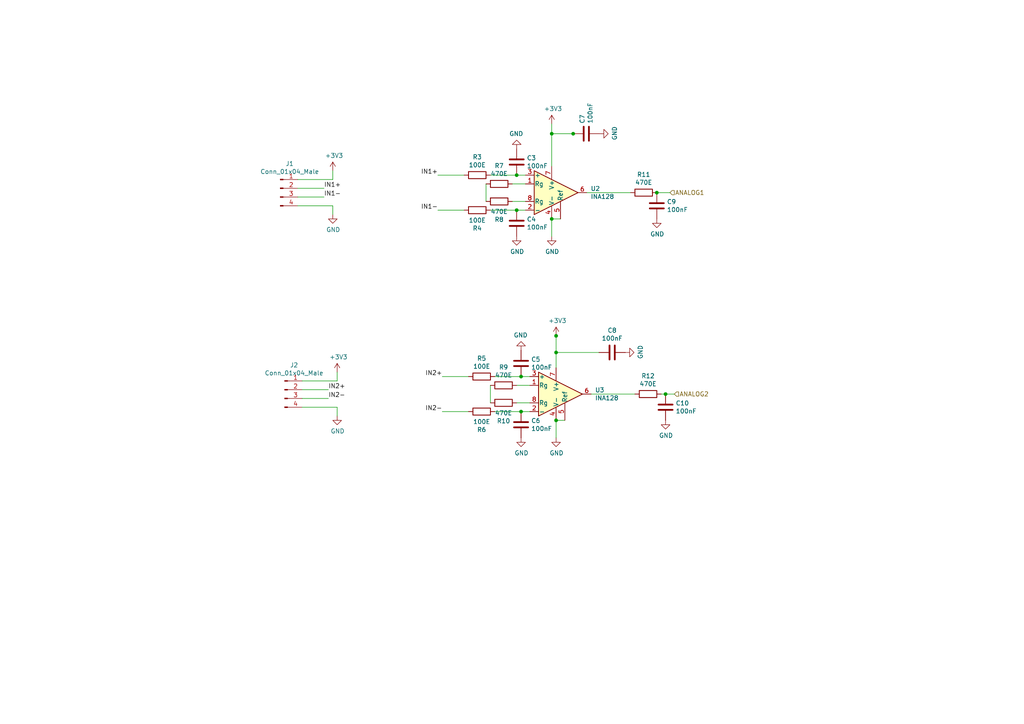
<source format=kicad_sch>
(kicad_sch (version 20230121) (generator eeschema)
  (paper "A4")
  (title_block (title "Vehicle Measurement Unit") (date "2020-02-26") (rev "1.0") (comment 1 "DeV17") (comment 2 "Vishnu N.") (comment 3 "vishnuna@kth.se"))
  (lib_symbols
    (symbol "Amplifier_Instrumentation:INA128" (pin_names (offset 0.127))
      (property "Reference" "U" (at 3.81 3.175 0))
      (property "Value" "INA128" (at 3.81 -3.175 0))
      (symbol "INA128_0_1"
        (polyline (pts (xy 7.62 0) (xy -5.08 6.35) (xy -5.08 -6.35) (xy 7.62 0)) (stroke (width 0.254)) (fill (type background)))
      )
      (symbol "INA128_1_1"
        (pin passive line (at -7.62 2.54 0) (length 2.54) (name "Rg") (number "1"))
        (pin input line (at -7.62 -5.08 0) (length 2.54) (name "-") (number "2"))
        (pin input line (at -7.62 5.08 0) (length 2.54) (name "+") (number "3"))
        (pin power_in line (at 0 -7.62 90) (length 3.81) (name "V-") (number "4"))
        (pin input line (at 2.54 -7.62 90) (length 5.08) (name "Ref") (number "5"))
        (pin output line (at 10.16 0 180) (length 2.54) (name "~") (number "6"))
        (pin power_in line (at 0 7.62 270) (length 3.81) (name "V+") (number "7"))
        (pin passive line (at -7.62 -2.54 0) (length 2.54) (name "Rg") (number "8"))
      )
    )
    (symbol "Device:C" (pin_numbers hide) (pin_names (offset 0.254))
      (property "Reference" "C" (at 0.635 2.54 0))
      (property "Value" "C" (at 0.635 -2.54 0))
      (symbol "C_0_1"
        (polyline (pts (xy -2.032 -0.762) (xy 2.032 -0.762)) (stroke (width 0.508)))
        (polyline (pts (xy -2.032 0.762) (xy 2.032 0.762)) (stroke (width 0.508)))
      )
      (symbol "C_1_1"
        (pin passive line (at 0 3.81 270) (length 2.794) (name "~") (number "1"))
        (pin passive line (at 0 -3.81 90) (length 2.794) (name "~") (number "2"))
      )
    )
    (symbol "Device:R" (pin_numbers hide) (pin_names (offset 0))
      (property "Reference" "R" (at 2.032 0 90))
      (property "Value" "R" (at 0 0 90))
      (symbol "R_0_1"
        (rectangle (start -1.016 -2.54) (end 1.016 2.54) (stroke (width 0.254)))
      )
      (symbol "R_1_1"
        (pin passive line (at 0 3.81 270) (length 1.27) (name "~") (number "1"))
        (pin passive line (at 0 -3.81 90) (length 1.27) (name "~") (number "2"))
      )
    )
    (symbol "VMU-rescue:+3.3V-power" (power) (pin_names (offset 0))
      (property "Value" "+3.3V-power" (at 0 3.556 0))
      (symbol "+3.3V-power_0_1"
        (polyline (pts (xy -0.762 1.27) (xy 0 2.54)))
        (polyline (pts (xy 0 0) (xy 0 2.54)))
        (polyline (pts (xy 0 2.54) (xy 0.762 1.27)))
      )
      (symbol "+3.3V-power_1_1"
        (pin power_in line (at 0 0 90) (length 0) hide (name "+3V3") (number "1"))
      )
    )
    (symbol "VMU-rescue:Conn_01x04_Male-Connector" (pin_names (offset 1.016) hide)
      (property "Reference" "J" (at 0 5.08 0))
      (property "Value" "Connector_Conn_01x04_Male" (at 0 -7.62 0))
      (symbol "Conn_01x04_Male-Connector_1_1"
        (polyline (pts (xy 1.27 -5.08) (xy 0.8636 -5.08)) (stroke (width 0.1524)))
        (polyline (pts (xy 1.27 -2.54) (xy 0.8636 -2.54)) (stroke (width 0.1524)))
        (polyline (pts (xy 1.27 0) (xy 0.8636 0)) (stroke (width 0.1524)))
        (polyline (pts (xy 1.27 2.54) (xy 0.8636 2.54)) (stroke (width 0.1524)))
        (rectangle (start 0.8636 -4.953) (end 0 -5.207) (stroke (width 0.1524)) (fill (type outline)))
        (rectangle (start 0.8636 -2.413) (end 0 -2.667) (stroke (width 0.1524)) (fill (type outline)))
        (rectangle (start 0.8636 0.127) (end 0 -0.127) (stroke (width 0.1524)) (fill (type outline)))
        (rectangle (start 0.8636 2.667) (end 0 2.413) (stroke (width 0.1524)) (fill (type outline)))
        (pin passive line (at 5.08 2.54 180) (length 3.81) (name "Pin_1") (number "1"))
        (pin passive line (at 5.08 0 180) (length 3.81) (name "Pin_2") (number "2"))
        (pin passive line (at 5.08 -2.54 180) (length 3.81) (name "Pin_3") (number "3"))
        (pin passive line (at 5.08 -5.08 180) (length 3.81) (name "Pin_4") (number "4"))
      )
    )
    (symbol "power:GND" (power) (pin_names (offset 0))
      (property "Value" "GND" (at 0 -3.81 0))
      (symbol "GND_0_1"
        (polyline (pts (xy 0 0) (xy 0 -1.27) (xy 1.27 -1.27) (xy 0 -2.54) (xy -1.27 -1.27) (xy 0 -1.27)))
      )
      (symbol "GND_1_1"
        (pin power_in line (at 0 0 270) (length 0) hide (name "GND") (number "1"))
      )
    )
  )
  (junction (at 149.86 60.96))
  (junction (at 190.5 55.88))
  (junction (at 161.29 121.92))
  (junction (at 161.29 102.235))
  (junction (at 193.04 114.3))
  (junction (at 161.29 97.409))
  (junction (at 160.02 63.5))
  (junction (at 166.243 38.7858))
  (junction (at 151.13 119.38))
  (junction (at 151.13 109.22))
  (junction (at 149.86 50.8))
  (junction (at 160.02 38.7858))
  (wire (pts (xy 86.36 59.69) (xy 96.52 59.69)))
  (wire (pts (xy 148.59 58.42) (xy 152.4 58.42)))
  (wire (pts (xy 161.29 121.92) (xy 161.29 127)))
  (wire (pts (xy 149.86 50.8) (xy 152.4 50.8)))
  (wire (pts (xy 166.2684 38.7858) (xy 166.243 38.7858)))
  (wire (pts (xy 170.18 55.88) (xy 182.88 55.88)))
  (wire (pts (xy 134.62 50.8) (xy 127 50.8)))
  (wire (pts (xy 97.79 110.49) (xy 97.79 107.95)))
  (wire (pts (xy 149.86 116.84) (xy 153.67 116.84)))
  (wire (pts (xy 96.52 59.69) (xy 96.52 62.23)))
  (wire (pts (xy 143.51 109.22) (xy 151.13 109.22)))
  (wire (pts (xy 193.04 114.3) (xy 195.58 114.3)))
  (wire (pts (xy 160.02 38.7858) (xy 160.02 48.26)))
  (wire (pts (xy 148.59 53.34) (xy 152.4 53.34)))
  (wire (pts (xy 87.63 115.57) (xy 95.25 115.57)))
  (wire (pts (xy 134.62 60.96) (xy 127 60.96)))
  (wire (pts (xy 86.36 57.15) (xy 93.98 57.15)))
  (wire (pts (xy 96.52 52.07) (xy 96.52 49.53)))
  (wire (pts (xy 190.5 55.88) (xy 194.31 55.88)))
  (wire (pts (xy 160.02 63.5) (xy 162.56 63.5)))
  (wire (pts (xy 86.36 54.61) (xy 93.98 54.61)))
  (wire (pts (xy 86.36 52.07) (xy 96.52 52.07)))
  (wire (pts (xy 161.29 97.409) (xy 161.29 102.235)))
  (wire (pts (xy 149.86 111.76) (xy 153.67 111.76)))
  (wire (pts (xy 173.736 102.235) (xy 161.29 102.235)))
  (wire (pts (xy 142.24 116.84) (xy 142.24 111.76)))
  (wire (pts (xy 191.77 114.3) (xy 193.04 114.3)))
  (wire (pts (xy 161.29 97.409) (xy 161.163 97.409)))
  (wire (pts (xy 166.243 38.7858) (xy 160.02 38.7858)))
  (wire (pts (xy 135.89 119.38) (xy 128.27 119.38)))
  (wire (pts (xy 151.13 119.38) (xy 153.67 119.38)))
  (wire (pts (xy 142.24 50.8) (xy 149.86 50.8)))
  (wire (pts (xy 160.02 63.5) (xy 160.02 68.58)))
  (wire (pts (xy 140.97 58.42) (xy 140.97 53.34)))
  (wire (pts (xy 149.86 60.96) (xy 152.4 60.96)))
  (wire (pts (xy 142.24 60.96) (xy 149.86 60.96)))
  (wire (pts (xy 87.63 110.49) (xy 97.79 110.49)))
  (wire (pts (xy 161.29 121.92) (xy 163.83 121.92)))
  (wire (pts (xy 97.79 118.11) (xy 97.79 120.65)))
  (wire (pts (xy 151.13 109.22) (xy 153.67 109.22)))
  (wire (pts (xy 161.29 102.235) (xy 161.29 106.68)))
  (wire (pts (xy 87.63 113.03) (xy 95.25 113.03)))
  (wire (pts (xy 160.02 35.941) (xy 160.02 38.7858)))
  (wire (pts (xy 171.45 114.3) (xy 184.15 114.3)))
  (wire (pts (xy 87.63 118.11) (xy 97.79 118.11)))
  (wire (pts (xy 135.89 109.22) (xy 128.27 109.22)))
  (wire (pts (xy 143.51 119.38) (xy 151.13 119.38)))
  (label "IN2-" (at 128.27 119.38 180))
  (label "IN1+" (at 127 50.8 180))
  (label "IN1-" (at 93.98 57.15 0))
  (label "IN2+" (at 128.27 109.22 180))
  (label "IN1-" (at 127 60.96 180))
  (label "IN2-" (at 95.25 115.57 0))
  (label "IN1+" (at 93.98 54.61 0))
  (label "IN2+" (at 95.25 113.03 0))
  (hierarchical_label "ANALOG2" (shape input) (at 195.58 114.3 0))
  (hierarchical_label "ANALOG1" (shape input) (at 194.31 55.88 0))
  (symbol (lib_id "Amplifier_Instrumentation:INA128") (at 160.02 55.88 0) (unit 1)
    (property "Reference" "U2" (at 171.2976 54.7116 0) (effects (justify left)))
    (property "Value" "INA128" (at 171.2976 57.023 0) (effects (justify left)))
    (property "Footprint" "Package_SO:SOIC-8_3.9x4.9mm_P1.27mm" (effects hide))
    (property "Datasheet" "http://www.ti.com/lit/ds/symlink/ina128.pdf" (effects hide))
  )
  (symbol (lib_id "power:GND") (at 160.02 68.58 0) (unit 1)
    (property "Reference" "#PWR017" (effects hide))
    (property "Value" "GND" (at 160.147 72.9742 0))
  )
  (symbol (lib_id "Device:R") (at 144.78 53.34 270) (unit 1)
    (property "Reference" "R7" (at 144.78 48.0822 90))
    (property "Value" "470E" (at 144.78 50.3936 90))
    (property "Footprint" "Resistor_SMD:R_0603_1608Metric" (effects hide))
  )
  (symbol (lib_id "Device:R") (at 144.78 58.42 90) (unit 1)
    (property "Reference" "R8" (at 144.78 63.6778 90))
    (property "Value" "470E" (at 144.78 61.3664 90))
    (property "Footprint" "Resistor_SMD:R_0603_1608Metric" (effects hide))
  )
  (symbol (lib_id "VMU-rescue:Conn_01x04_Male-Connector") (at 81.28 54.61 0) (unit 1)
    (property "Reference" "J1" (at 84.0232 47.4726 0))
    (property "Value" "Conn_01x04_Male" (at 84.0232 49.784 0))
    (property "Footprint" "KTHFS:Wurth-MM_female_4" (effects hide))
  )
  (symbol (lib_id "VMU-rescue:+3.3V-power") (at 96.52 49.53 0) (unit 1)
    (property "Reference" "#PWR08" (effects hide))
    (property "Value" "+3.3V" (at 96.901 45.1358 0))
  )
  (symbol (lib_id "power:GND") (at 96.52 62.23 0) (unit 1)
    (property "Reference" "#PWR09" (effects hide))
    (property "Value" "GND" (at 96.647 66.6242 0))
  )
  (symbol (lib_id "Device:R") (at 138.43 50.8 270) (unit 1)
    (property "Reference" "R3" (at 138.43 45.5422 90))
    (property "Value" "100E" (at 138.43 47.8536 90))
    (property "Footprint" "Resistor_SMD:R_0603_1608Metric" (effects hide))
  )
  (symbol (lib_id "Device:R") (at 138.43 60.96 90) (unit 1)
    (property "Reference" "R4" (at 138.43 66.2178 90))
    (property "Value" "100E" (at 138.43 63.9064 90))
    (property "Footprint" "Resistor_SMD:R_0603_1608Metric" (effects hide))
  )
  (symbol (lib_id "Amplifier_Instrumentation:INA128") (at 161.29 114.3 0) (unit 1)
    (property "Reference" "U3" (at 172.5676 113.1316 0) (effects (justify left)))
    (property "Value" "INA128" (at 172.5676 115.443 0) (effects (justify left)))
    (property "Footprint" "Package_SO:SOIC-8_3.9x4.9mm_P1.27mm" (effects hide))
    (property "Datasheet" "http://www.ti.com/lit/ds/symlink/ina128.pdf" (effects hide))
  )
  (symbol (lib_id "power:GND") (at 161.29 127 0) (unit 1)
    (property "Reference" "#PWR019" (effects hide))
    (property "Value" "GND" (at 161.417 131.3942 0))
  )
  (symbol (lib_id "Device:R") (at 146.05 111.76 270) (unit 1)
    (property "Reference" "R9" (at 146.05 106.5022 90))
    (property "Value" "470E" (at 146.05 108.8136 90))
    (property "Footprint" "Resistor_SMD:R_0603_1608Metric" (effects hide))
  )
  (symbol (lib_id "Device:R") (at 146.05 116.84 90) (unit 1)
    (property "Reference" "R10" (at 146.05 122.0978 90))
    (property "Value" "470E" (at 146.05 119.7864 90))
    (property "Footprint" "Resistor_SMD:R_0603_1608Metric" (effects hide))
  )
  (symbol (lib_id "VMU-rescue:+3.3V-power") (at 161.29 97.409 0) (unit 1)
    (property "Reference" "#PWR018" (effects hide))
    (property "Value" "+3.3V" (at 161.671 93.0148 0))
  )
  (symbol (lib_id "VMU-rescue:Conn_01x04_Male-Connector") (at 82.55 113.03 0) (unit 1)
    (property "Reference" "J2" (at 85.2932 105.8926 0))
    (property "Value" "Conn_01x04_Male" (at 85.2932 108.204 0))
    (property "Footprint" "KTHFS:Wurth-MM_female_4" (effects hide))
  )
  (symbol (lib_id "VMU-rescue:+3.3V-power") (at 97.79 107.95 0) (unit 1)
    (property "Reference" "#PWR010" (effects hide))
    (property "Value" "+3.3V" (at 98.171 103.5558 0))
  )
  (symbol (lib_id "power:GND") (at 97.79 120.65 0) (unit 1)
    (property "Reference" "#PWR011" (effects hide))
    (property "Value" "GND" (at 97.917 125.0442 0))
  )
  (symbol (lib_id "Device:R") (at 139.7 109.22 270) (unit 1)
    (property "Reference" "R5" (at 139.7 103.9622 90))
    (property "Value" "100E" (at 139.7 106.2736 90))
    (property "Footprint" "Resistor_SMD:R_0603_1608Metric" (effects hide))
  )
  (symbol (lib_id "Device:R") (at 139.7 119.38 90) (unit 1)
    (property "Reference" "R6" (at 139.7 124.6378 90))
    (property "Value" "100E" (at 139.7 122.3264 90))
    (property "Footprint" "Resistor_SMD:R_0603_1608Metric" (effects hide))
  )
  (symbol (lib_id "Device:R") (at 186.69 55.88 270) (unit 1)
    (property "Reference" "R11" (at 186.69 50.6222 90))
    (property "Value" "470E" (at 186.69 52.9336 90))
    (property "Footprint" "Resistor_SMD:R_0603_1608Metric" (effects hide))
  )
  (symbol (lib_id "Device:R") (at 187.96 114.3 270) (unit 1)
    (property "Reference" "R12" (at 187.96 109.0422 90))
    (property "Value" "470E" (at 187.96 111.3536 90))
    (property "Footprint" "Resistor_SMD:R_0603_1608Metric" (effects hide))
  )
  (symbol (lib_id "power:GND") (at 193.04 121.92 0) (unit 1)
    (property "Reference" "#PWR023" (effects hide))
    (property "Value" "GND" (at 193.167 126.3142 0))
  )
  (symbol (lib_id "Device:C") (at 149.86 46.99 0) (unit 1)
    (property "Reference" "C3" (at 152.781 45.8216 0) (effects (justify left)))
    (property "Value" "100nF" (at 152.781 48.133 0) (effects (justify left)))
    (property "Footprint" "Capacitor_SMD:C_0603_1608Metric" (effects hide))
  )
  (symbol (lib_id "Device:C") (at 149.86 64.77 0) (unit 1)
    (property "Reference" "C4" (at 152.781 63.6016 0) (effects (justify left)))
    (property "Value" "100nF" (at 152.781 65.913 0) (effects (justify left)))
    (property "Footprint" "Capacitor_SMD:C_0603_1608Metric" (effects hide))
  )
  (symbol (lib_id "Device:C") (at 190.5 59.69 0) (unit 1)
    (property "Reference" "C9" (at 193.421 58.5216 0) (effects (justify left)))
    (property "Value" "100nF" (at 193.421 60.833 0) (effects (justify left)))
    (property "Footprint" "Capacitor_SMD:C_0603_1608Metric" (effects hide))
  )
  (symbol (lib_id "Device:C") (at 151.13 105.41 0) (unit 1)
    (property "Reference" "C5" (at 154.051 104.2416 0) (effects (justify left)))
    (property "Value" "100nF" (at 154.051 106.553 0) (effects (justify left)))
    (property "Footprint" "Capacitor_SMD:C_0603_1608Metric" (effects hide))
  )
  (symbol (lib_id "Device:C") (at 151.13 123.19 0) (unit 1)
    (property "Reference" "C6" (at 154.051 122.0216 0) (effects (justify left)))
    (property "Value" "100nF" (at 154.051 124.333 0) (effects (justify left)))
    (property "Footprint" "Capacitor_SMD:C_0603_1608Metric" (effects hide))
  )
  (symbol (lib_id "power:GND") (at 151.13 127 0) (unit 1)
    (property "Reference" "#PWR015" (effects hide))
    (property "Value" "GND" (at 151.257 131.3942 0))
  )
  (symbol (lib_id "Device:C") (at 193.04 118.11 0) (unit 1)
    (property "Reference" "C10" (at 195.961 116.9416 0) (effects (justify left)))
    (property "Value" "100nF" (at 195.961 119.253 0) (effects (justify left)))
    (property "Footprint" "Capacitor_SMD:C_0603_1608Metric" (effects hide))
  )
  (symbol (lib_id "power:GND") (at 151.13 101.6 180) (unit 1)
    (property "Reference" "#PWR014" (effects hide))
    (property "Value" "GND" (at 151.003 97.2058 0))
  )
  (symbol (lib_id "power:GND") (at 190.5 63.5 0) (unit 1)
    (property "Reference" "#PWR022" (effects hide))
    (property "Value" "GND" (at 190.627 67.8942 0))
  )
  (symbol (lib_id "power:GND") (at 149.86 68.58 0) (unit 1)
    (property "Reference" "#PWR013" (effects hide))
    (property "Value" "GND" (at 149.987 72.9742 0))
  )
  (symbol (lib_id "power:GND") (at 149.86 43.18 180) (unit 1)
    (property "Reference" "#PWR012" (effects hide))
    (property "Value" "GND" (at 149.733 38.7858 0))
  )
  (symbol (lib_id "Device:C") (at 177.546 102.235 270) (unit 1)
    (property "Reference" "C8" (at 177.546 95.8342 90))
    (property "Value" "100nF" (at 177.546 98.1456 90))
    (property "Footprint" "Capacitor_SMD:C_0603_1608Metric" (effects hide))
  )
  (symbol (lib_id "power:GND") (at 181.356 102.235 90) (unit 1)
    (property "Reference" "#PWR021" (effects hide))
    (property "Value" "GND" (at 185.7502 102.108 0))
  )
  (symbol (lib_id "VMU-rescue:+3.3V-power") (at 160.02 35.941 0) (unit 1)
    (property "Reference" "#PWR0101" (effects hide))
    (property "Value" "+3.3V" (at 160.401 31.5468 0))
  )
  (symbol (lib_id "power:GND") (at 173.863 38.7858 90) (unit 1)
    (property "Reference" "#PWR0102" (effects hide))
    (property "Value" "GND" (at 178.2572 38.6588 0))
  )
  (symbol (lib_id "Device:C") (at 170.053 38.7858 90) (unit 1)
    (property "Reference" "C7" (at 168.8846 35.8648 0) (effects (justify left)))
    (property "Value" "100nF" (at 171.196 35.8648 0) (effects (justify left)))
    (property "Footprint" "Capacitor_SMD:C_0603_1608Metric" (effects hide))
  )
)
</source>
